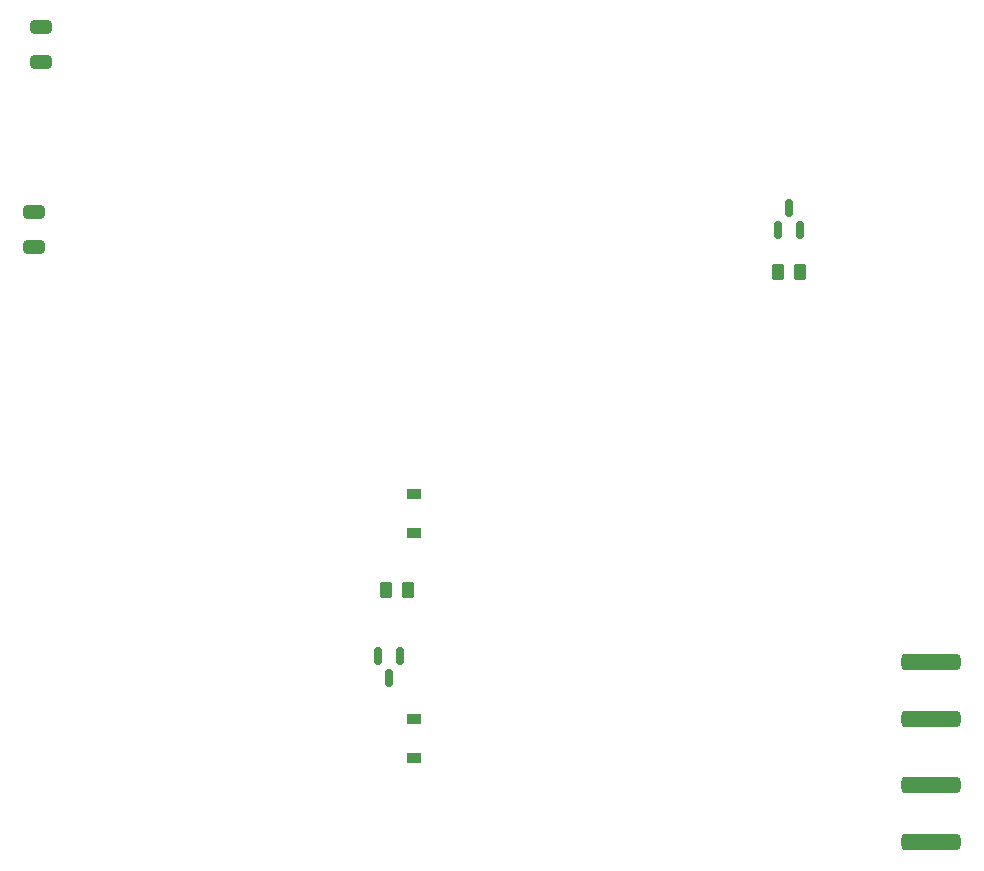
<source format=gbr>
%TF.GenerationSoftware,KiCad,Pcbnew,(6.0.10)*%
%TF.CreationDate,2023-02-15T21:48:44-05:00*%
%TF.ProjectId,SDR-Transceiver,5344522d-5472-4616-9e73-636569766572,rev?*%
%TF.SameCoordinates,Original*%
%TF.FileFunction,Paste,Bot*%
%TF.FilePolarity,Positive*%
%FSLAX46Y46*%
G04 Gerber Fmt 4.6, Leading zero omitted, Abs format (unit mm)*
G04 Created by KiCad (PCBNEW (6.0.10)) date 2023-02-15 21:48:44*
%MOMM*%
%LPD*%
G01*
G04 APERTURE LIST*
G04 Aperture macros list*
%AMRoundRect*
0 Rectangle with rounded corners*
0 $1 Rounding radius*
0 $2 $3 $4 $5 $6 $7 $8 $9 X,Y pos of 4 corners*
0 Add a 4 corners polygon primitive as box body*
4,1,4,$2,$3,$4,$5,$6,$7,$8,$9,$2,$3,0*
0 Add four circle primitives for the rounded corners*
1,1,$1+$1,$2,$3*
1,1,$1+$1,$4,$5*
1,1,$1+$1,$6,$7*
1,1,$1+$1,$8,$9*
0 Add four rect primitives between the rounded corners*
20,1,$1+$1,$2,$3,$4,$5,0*
20,1,$1+$1,$4,$5,$6,$7,0*
20,1,$1+$1,$6,$7,$8,$9,0*
20,1,$1+$1,$8,$9,$2,$3,0*%
G04 Aperture macros list end*
%ADD10RoundRect,0.350000X-2.150000X-0.350000X2.150000X-0.350000X2.150000X0.350000X-2.150000X0.350000X0*%
%ADD11RoundRect,0.150000X-0.150000X0.587500X-0.150000X-0.587500X0.150000X-0.587500X0.150000X0.587500X0*%
%ADD12RoundRect,0.250000X0.262500X0.450000X-0.262500X0.450000X-0.262500X-0.450000X0.262500X-0.450000X0*%
%ADD13RoundRect,0.150000X0.150000X-0.587500X0.150000X0.587500X-0.150000X0.587500X-0.150000X-0.587500X0*%
%ADD14R,1.200000X0.900000*%
%ADD15RoundRect,0.250000X0.650000X-0.325000X0.650000X0.325000X-0.650000X0.325000X-0.650000X-0.325000X0*%
%ADD16RoundRect,0.250000X-0.262500X-0.450000X0.262500X-0.450000X0.262500X0.450000X-0.262500X0.450000X0*%
G04 APERTURE END LIST*
D10*
%TO.C,J7*%
X215016080Y-130662680D03*
X215023700Y-125834140D03*
%TD*%
%TO.C,J6*%
X215016080Y-120248680D03*
X215023700Y-115420140D03*
%TD*%
D11*
%TO.C,Q1*%
X168153000Y-114935000D03*
X170053000Y-114935000D03*
X169103000Y-116810000D03*
%TD*%
D12*
%TO.C,R31*%
X170706300Y-109347000D03*
X168881300Y-109347000D03*
%TD*%
D13*
%TO.C,Q2*%
X203957000Y-78867000D03*
X202057000Y-78867000D03*
X203007000Y-76992000D03*
%TD*%
D14*
%TO.C,D2*%
X171214300Y-104521000D03*
X171214300Y-101221000D03*
%TD*%
D15*
%TO.C,C18*%
X139611000Y-64641000D03*
X139611000Y-61691000D03*
%TD*%
%TO.C,C23*%
X139066298Y-80314000D03*
X139066298Y-77364000D03*
%TD*%
D16*
%TO.C,R32*%
X202057000Y-82423000D03*
X203882000Y-82423000D03*
%TD*%
D14*
%TO.C,D1*%
X171214300Y-123571000D03*
X171214300Y-120271000D03*
%TD*%
M02*

</source>
